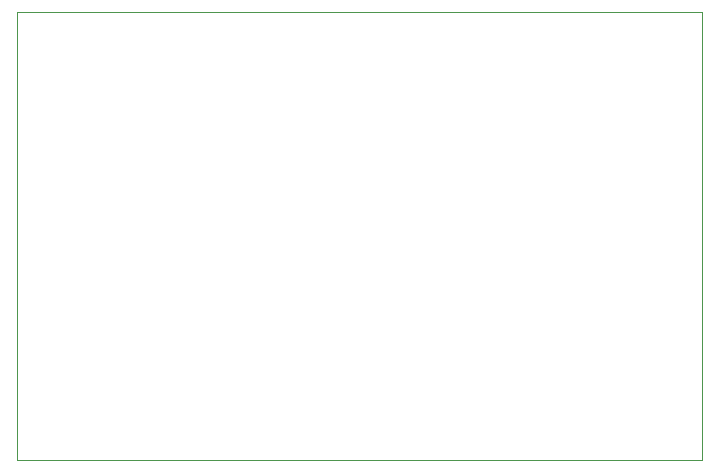
<source format=gbr>
G04 #@! TF.GenerationSoftware,KiCad,Pcbnew,(5.1.6)-1*
G04 #@! TF.CreationDate,2020-08-07T18:30:50-03:00*
G04 #@! TF.ProjectId,av-mc1000,61762d6d-6331-4303-9030-2e6b69636164,rev?*
G04 #@! TF.SameCoordinates,Original*
G04 #@! TF.FileFunction,Profile,NP*
%FSLAX46Y46*%
G04 Gerber Fmt 4.6, Leading zero omitted, Abs format (unit mm)*
G04 Created by KiCad (PCBNEW (5.1.6)-1) date 2020-08-07 18:30:50*
%MOMM*%
%LPD*%
G01*
G04 APERTURE LIST*
G04 #@! TA.AperFunction,Profile*
%ADD10C,0.050000*%
G04 #@! TD*
G04 APERTURE END LIST*
D10*
X88722200Y-88900000D02*
X88722200Y-126898400D01*
X146685000Y-126898400D02*
X88722200Y-126898400D01*
X146685000Y-88900000D02*
X146685000Y-126898400D01*
X88722200Y-88900000D02*
X146685000Y-88900000D01*
M02*

</source>
